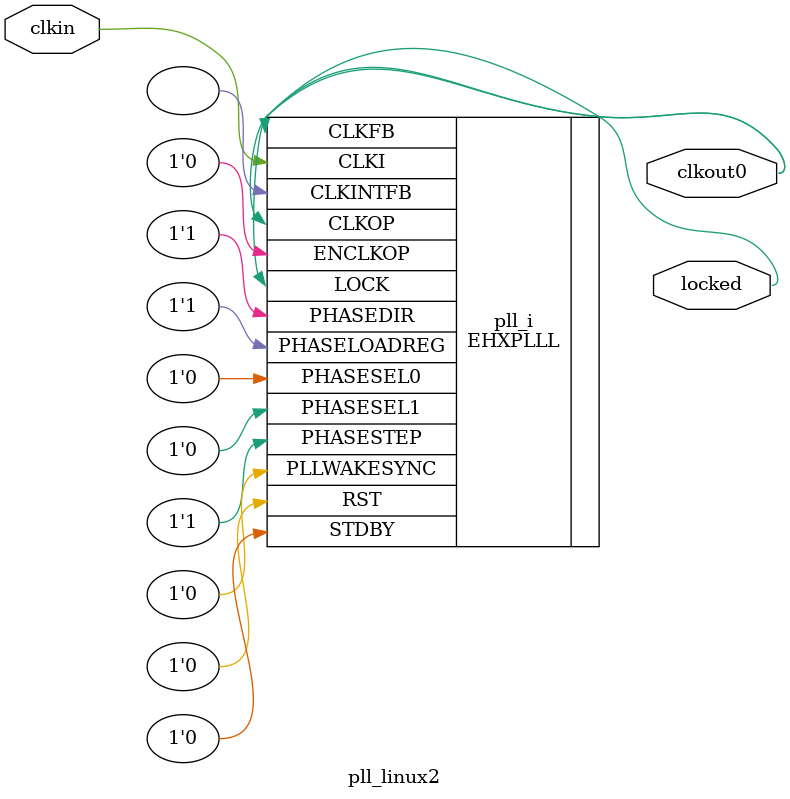
<source format=v>
module pll_linux2
(
    input clkin, // 52.0833 MHz, 0 deg
    output clkout0, // 48.0769 MHz, 0 deg
    output locked
);
(* FREQUENCY_PIN_CLKI="52.0833" *)
(* FREQUENCY_PIN_CLKOP="48.0769" *)
(* ICP_CURRENT="12" *) (* LPF_RESISTOR="8" *) (* MFG_ENABLE_FILTEROPAMP="1" *) (* MFG_GMCREF_SEL="2" *)
EHXPLLL #(
        .PLLRST_ENA("DISABLED"),
        .INTFB_WAKE("DISABLED"),
        .STDBY_ENABLE("DISABLED"),
        .DPHASE_SOURCE("DISABLED"),
        .OUTDIVIDER_MUXA("DIVA"),
        .OUTDIVIDER_MUXB("DIVB"),
        .OUTDIVIDER_MUXC("DIVC"),
        .OUTDIVIDER_MUXD("DIVD"),
        .CLKI_DIV(13),
        .CLKOP_ENABLE("ENABLED"),
        .CLKOP_DIV(12),
        .CLKOP_CPHASE(5),
        .CLKOP_FPHASE(0),
        .FEEDBK_PATH("CLKOP"),
        .CLKFB_DIV(12)
    ) pll_i (
        .RST(1'b0),
        .STDBY(1'b0),
        .CLKI(clkin),
        .CLKOP(clkout0),
        .CLKFB(clkout0),
        .CLKINTFB(),
        .PHASESEL0(1'b0),
        .PHASESEL1(1'b0),
        .PHASEDIR(1'b1),
        .PHASESTEP(1'b1),
        .PHASELOADREG(1'b1),
        .PLLWAKESYNC(1'b0),
        .ENCLKOP(1'b0),
        .LOCK(locked)
	);
endmodule

</source>
